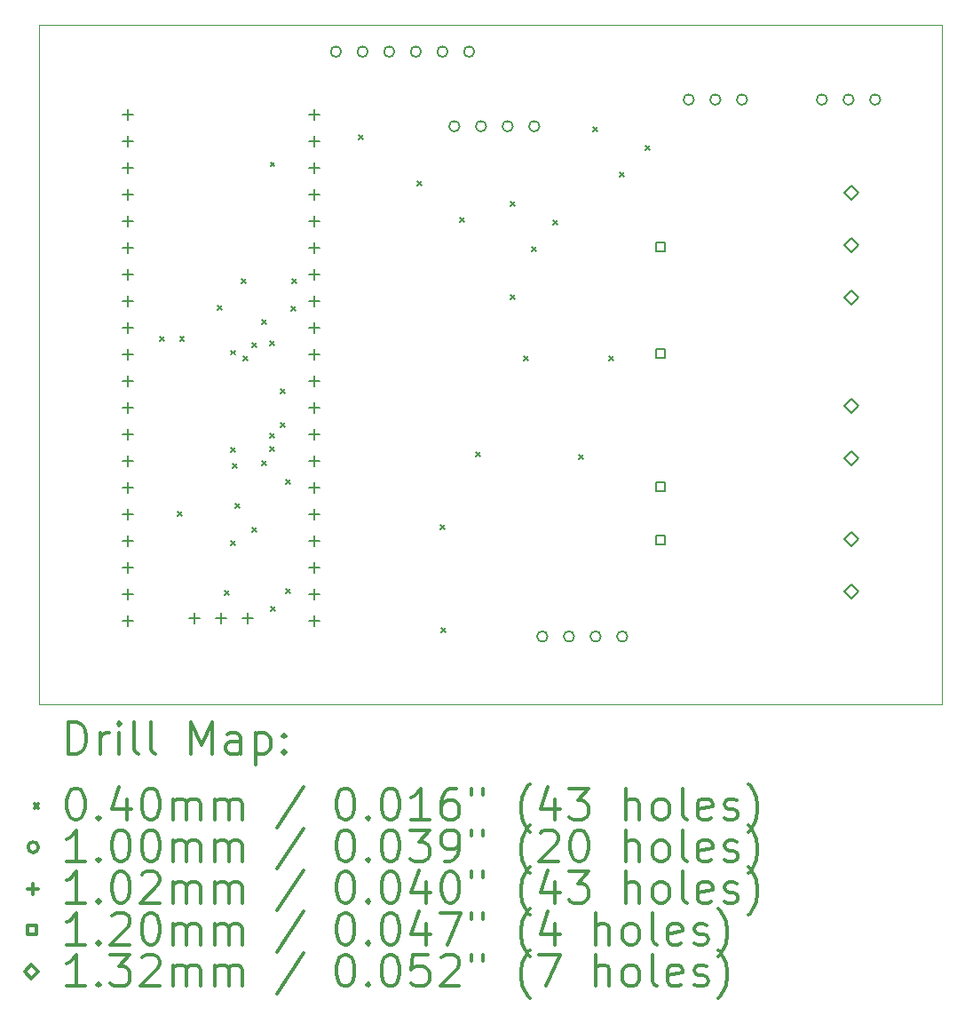
<source format=gbr>
%FSLAX45Y45*%
G04 Gerber Fmt 4.5, Leading zero omitted, Abs format (unit mm)*
G04 Created by KiCad (PCBNEW (5.1.9)-1) date 2022-01-22 22:11:41*
%MOMM*%
%LPD*%
G01*
G04 APERTURE LIST*
%TA.AperFunction,Profile*%
%ADD10C,0.100000*%
%TD*%
%ADD11C,0.200000*%
%ADD12C,0.300000*%
G04 APERTURE END LIST*
D10*
X10820400Y-2184400D02*
X10820400Y-8661400D01*
X2209800Y-2184400D02*
X10820400Y-2184400D01*
X2209800Y-8661400D02*
X2209800Y-2184400D01*
X10820400Y-8661400D02*
X2209800Y-8661400D01*
D11*
X3364800Y-5155000D02*
X3404800Y-5195000D01*
X3404800Y-5155000D02*
X3364800Y-5195000D01*
X3536000Y-6825300D02*
X3576000Y-6865300D01*
X3576000Y-6825300D02*
X3536000Y-6865300D01*
X3554800Y-5155000D02*
X3594800Y-5195000D01*
X3594800Y-5155000D02*
X3554800Y-5195000D01*
X3917000Y-4856800D02*
X3957000Y-4896800D01*
X3957000Y-4856800D02*
X3917000Y-4896800D01*
X3980500Y-7574600D02*
X4020500Y-7614600D01*
X4020500Y-7574600D02*
X3980500Y-7614600D01*
X4042400Y-5287000D02*
X4082400Y-5327000D01*
X4082400Y-5287000D02*
X4042400Y-5327000D01*
X4044000Y-6215700D02*
X4084000Y-6255700D01*
X4084000Y-6215700D02*
X4044000Y-6255700D01*
X4044000Y-7104700D02*
X4084000Y-7144700D01*
X4084000Y-7104700D02*
X4044000Y-7144700D01*
X4056700Y-6368100D02*
X4096700Y-6408100D01*
X4096700Y-6368100D02*
X4056700Y-6408100D01*
X4085800Y-6749100D02*
X4125800Y-6789100D01*
X4125800Y-6749100D02*
X4085800Y-6789100D01*
X4145600Y-4602800D02*
X4185600Y-4642800D01*
X4185600Y-4602800D02*
X4145600Y-4642800D01*
X4158300Y-5339400D02*
X4198300Y-5379400D01*
X4198300Y-5339400D02*
X4158300Y-5379400D01*
X4247200Y-5212400D02*
X4287200Y-5252400D01*
X4287200Y-5212400D02*
X4247200Y-5252400D01*
X4247200Y-6977700D02*
X4287200Y-7017700D01*
X4287200Y-6977700D02*
X4247200Y-7017700D01*
X4336100Y-4996500D02*
X4376100Y-5036500D01*
X4376100Y-4996500D02*
X4336100Y-5036500D01*
X4336100Y-6342700D02*
X4376100Y-6382700D01*
X4376100Y-6342700D02*
X4336100Y-6382700D01*
X4412300Y-5199700D02*
X4452300Y-5239700D01*
X4452300Y-5199700D02*
X4412300Y-5239700D01*
X4412300Y-6076000D02*
X4452300Y-6116000D01*
X4452300Y-6076000D02*
X4412300Y-6116000D01*
X4412300Y-6203000D02*
X4452300Y-6243000D01*
X4452300Y-6203000D02*
X4412300Y-6243000D01*
X4418650Y-3491550D02*
X4458650Y-3531550D01*
X4458650Y-3491550D02*
X4418650Y-3531550D01*
X4425000Y-7727000D02*
X4465000Y-7767000D01*
X4465000Y-7727000D02*
X4425000Y-7767000D01*
X4513900Y-5656900D02*
X4553900Y-5696900D01*
X4553900Y-5656900D02*
X4513900Y-5696900D01*
X4513900Y-5974400D02*
X4553900Y-6014400D01*
X4553900Y-5974400D02*
X4513900Y-6014400D01*
X4564700Y-6520500D02*
X4604700Y-6560500D01*
X4604700Y-6520500D02*
X4564700Y-6560500D01*
X4564700Y-7561900D02*
X4604700Y-7601900D01*
X4604700Y-7561900D02*
X4564700Y-7601900D01*
X4615500Y-4869500D02*
X4655500Y-4909500D01*
X4655500Y-4869500D02*
X4615500Y-4909500D01*
X4628200Y-4602800D02*
X4668200Y-4642800D01*
X4668200Y-4602800D02*
X4628200Y-4642800D01*
X5263200Y-3231200D02*
X5303200Y-3271200D01*
X5303200Y-3231200D02*
X5263200Y-3271200D01*
X5822000Y-3675700D02*
X5862000Y-3715700D01*
X5862000Y-3675700D02*
X5822000Y-3715700D01*
X6037900Y-6952300D02*
X6077900Y-6992300D01*
X6077900Y-6952300D02*
X6037900Y-6992300D01*
X6050600Y-7930200D02*
X6090600Y-7970200D01*
X6090600Y-7930200D02*
X6050600Y-7970200D01*
X6228400Y-4018600D02*
X6268400Y-4058600D01*
X6268400Y-4018600D02*
X6228400Y-4058600D01*
X6380800Y-6253800D02*
X6420800Y-6293800D01*
X6420800Y-6253800D02*
X6380800Y-6293800D01*
X6711000Y-3866200D02*
X6751000Y-3906200D01*
X6751000Y-3866200D02*
X6711000Y-3906200D01*
X6711000Y-4755200D02*
X6751000Y-4795200D01*
X6751000Y-4755200D02*
X6711000Y-4795200D01*
X6838000Y-5339400D02*
X6878000Y-5379400D01*
X6878000Y-5339400D02*
X6838000Y-5379400D01*
X6914200Y-4298000D02*
X6954200Y-4338000D01*
X6954200Y-4298000D02*
X6914200Y-4338000D01*
X7117400Y-4044000D02*
X7157400Y-4084000D01*
X7157400Y-4044000D02*
X7117400Y-4084000D01*
X7358700Y-6279200D02*
X7398700Y-6319200D01*
X7398700Y-6279200D02*
X7358700Y-6319200D01*
X7498400Y-3155000D02*
X7538400Y-3195000D01*
X7538400Y-3155000D02*
X7498400Y-3195000D01*
X7650800Y-5339400D02*
X7690800Y-5379400D01*
X7690800Y-5339400D02*
X7650800Y-5379400D01*
X7752400Y-3586800D02*
X7792400Y-3626800D01*
X7792400Y-3586800D02*
X7752400Y-3626800D01*
X7993700Y-3332800D02*
X8033700Y-3372800D01*
X8033700Y-3332800D02*
X7993700Y-3372800D01*
X5091900Y-2438400D02*
G75*
G03*
X5091900Y-2438400I-50000J0D01*
G01*
X5345900Y-2438400D02*
G75*
G03*
X5345900Y-2438400I-50000J0D01*
G01*
X5599900Y-2438400D02*
G75*
G03*
X5599900Y-2438400I-50000J0D01*
G01*
X5853900Y-2438400D02*
G75*
G03*
X5853900Y-2438400I-50000J0D01*
G01*
X6107900Y-2438400D02*
G75*
G03*
X6107900Y-2438400I-50000J0D01*
G01*
X6222200Y-3149600D02*
G75*
G03*
X6222200Y-3149600I-50000J0D01*
G01*
X6361900Y-2438400D02*
G75*
G03*
X6361900Y-2438400I-50000J0D01*
G01*
X6476200Y-3149600D02*
G75*
G03*
X6476200Y-3149600I-50000J0D01*
G01*
X6730200Y-3149600D02*
G75*
G03*
X6730200Y-3149600I-50000J0D01*
G01*
X6984200Y-3149600D02*
G75*
G03*
X6984200Y-3149600I-50000J0D01*
G01*
X7060400Y-8013700D02*
G75*
G03*
X7060400Y-8013700I-50000J0D01*
G01*
X7314400Y-8013700D02*
G75*
G03*
X7314400Y-8013700I-50000J0D01*
G01*
X7568400Y-8013700D02*
G75*
G03*
X7568400Y-8013700I-50000J0D01*
G01*
X7822400Y-8013700D02*
G75*
G03*
X7822400Y-8013700I-50000J0D01*
G01*
X8457400Y-2895600D02*
G75*
G03*
X8457400Y-2895600I-50000J0D01*
G01*
X8711400Y-2895600D02*
G75*
G03*
X8711400Y-2895600I-50000J0D01*
G01*
X8965400Y-2895600D02*
G75*
G03*
X8965400Y-2895600I-50000J0D01*
G01*
X9727400Y-2895600D02*
G75*
G03*
X9727400Y-2895600I-50000J0D01*
G01*
X9981400Y-2895600D02*
G75*
G03*
X9981400Y-2895600I-50000J0D01*
G01*
X10235400Y-2895600D02*
G75*
G03*
X10235400Y-2895600I-50000J0D01*
G01*
X3059000Y-2986800D02*
X3059000Y-3088800D01*
X3008000Y-3037800D02*
X3110000Y-3037800D01*
X3059000Y-3240800D02*
X3059000Y-3342800D01*
X3008000Y-3291800D02*
X3110000Y-3291800D01*
X3059000Y-3494800D02*
X3059000Y-3596800D01*
X3008000Y-3545800D02*
X3110000Y-3545800D01*
X3059000Y-3748800D02*
X3059000Y-3850800D01*
X3008000Y-3799800D02*
X3110000Y-3799800D01*
X3059000Y-4002800D02*
X3059000Y-4104800D01*
X3008000Y-4053800D02*
X3110000Y-4053800D01*
X3059000Y-4256800D02*
X3059000Y-4358800D01*
X3008000Y-4307800D02*
X3110000Y-4307800D01*
X3059000Y-4510800D02*
X3059000Y-4612800D01*
X3008000Y-4561800D02*
X3110000Y-4561800D01*
X3059000Y-4764800D02*
X3059000Y-4866800D01*
X3008000Y-4815800D02*
X3110000Y-4815800D01*
X3059000Y-5018800D02*
X3059000Y-5120800D01*
X3008000Y-5069800D02*
X3110000Y-5069800D01*
X3059000Y-5272800D02*
X3059000Y-5374800D01*
X3008000Y-5323800D02*
X3110000Y-5323800D01*
X3059000Y-5526800D02*
X3059000Y-5628800D01*
X3008000Y-5577800D02*
X3110000Y-5577800D01*
X3059000Y-5780800D02*
X3059000Y-5882800D01*
X3008000Y-5831800D02*
X3110000Y-5831800D01*
X3059000Y-6034800D02*
X3059000Y-6136800D01*
X3008000Y-6085800D02*
X3110000Y-6085800D01*
X3059000Y-6288800D02*
X3059000Y-6390800D01*
X3008000Y-6339800D02*
X3110000Y-6339800D01*
X3059000Y-6542800D02*
X3059000Y-6644800D01*
X3008000Y-6593800D02*
X3110000Y-6593800D01*
X3059000Y-6796800D02*
X3059000Y-6898800D01*
X3008000Y-6847800D02*
X3110000Y-6847800D01*
X3059000Y-7050800D02*
X3059000Y-7152800D01*
X3008000Y-7101800D02*
X3110000Y-7101800D01*
X3059000Y-7304800D02*
X3059000Y-7406800D01*
X3008000Y-7355800D02*
X3110000Y-7355800D01*
X3059000Y-7558800D02*
X3059000Y-7660800D01*
X3008000Y-7609800D02*
X3110000Y-7609800D01*
X3059000Y-7812800D02*
X3059000Y-7914800D01*
X3008000Y-7863800D02*
X3110000Y-7863800D01*
X3694000Y-7789800D02*
X3694000Y-7891800D01*
X3643000Y-7840800D02*
X3745000Y-7840800D01*
X3948000Y-7789800D02*
X3948000Y-7891800D01*
X3897000Y-7840800D02*
X3999000Y-7840800D01*
X4202000Y-7789800D02*
X4202000Y-7891800D01*
X4151000Y-7840800D02*
X4253000Y-7840800D01*
X4837000Y-2986800D02*
X4837000Y-3088800D01*
X4786000Y-3037800D02*
X4888000Y-3037800D01*
X4837000Y-3240800D02*
X4837000Y-3342800D01*
X4786000Y-3291800D02*
X4888000Y-3291800D01*
X4837000Y-3494800D02*
X4837000Y-3596800D01*
X4786000Y-3545800D02*
X4888000Y-3545800D01*
X4837000Y-3748800D02*
X4837000Y-3850800D01*
X4786000Y-3799800D02*
X4888000Y-3799800D01*
X4837000Y-4002800D02*
X4837000Y-4104800D01*
X4786000Y-4053800D02*
X4888000Y-4053800D01*
X4837000Y-4256800D02*
X4837000Y-4358800D01*
X4786000Y-4307800D02*
X4888000Y-4307800D01*
X4837000Y-4510800D02*
X4837000Y-4612800D01*
X4786000Y-4561800D02*
X4888000Y-4561800D01*
X4837000Y-4764800D02*
X4837000Y-4866800D01*
X4786000Y-4815800D02*
X4888000Y-4815800D01*
X4837000Y-5018800D02*
X4837000Y-5120800D01*
X4786000Y-5069800D02*
X4888000Y-5069800D01*
X4837000Y-5272800D02*
X4837000Y-5374800D01*
X4786000Y-5323800D02*
X4888000Y-5323800D01*
X4837000Y-5526800D02*
X4837000Y-5628800D01*
X4786000Y-5577800D02*
X4888000Y-5577800D01*
X4837000Y-5780800D02*
X4837000Y-5882800D01*
X4786000Y-5831800D02*
X4888000Y-5831800D01*
X4837000Y-6034800D02*
X4837000Y-6136800D01*
X4786000Y-6085800D02*
X4888000Y-6085800D01*
X4837000Y-6288800D02*
X4837000Y-6390800D01*
X4786000Y-6339800D02*
X4888000Y-6339800D01*
X4837000Y-6542800D02*
X4837000Y-6644800D01*
X4786000Y-6593800D02*
X4888000Y-6593800D01*
X4837000Y-6796800D02*
X4837000Y-6898800D01*
X4786000Y-6847800D02*
X4888000Y-6847800D01*
X4837000Y-7050800D02*
X4837000Y-7152800D01*
X4786000Y-7101800D02*
X4888000Y-7101800D01*
X4837000Y-7304800D02*
X4837000Y-7406800D01*
X4786000Y-7355800D02*
X4888000Y-7355800D01*
X4837000Y-7558800D02*
X4837000Y-7660800D01*
X4786000Y-7609800D02*
X4888000Y-7609800D01*
X4837000Y-7812800D02*
X4837000Y-7914800D01*
X4786000Y-7863800D02*
X4888000Y-7863800D01*
X8179527Y-4342027D02*
X8179527Y-4257173D01*
X8094673Y-4257173D01*
X8094673Y-4342027D01*
X8179527Y-4342027D01*
X8179527Y-5358027D02*
X8179527Y-5273173D01*
X8094673Y-5273173D01*
X8094673Y-5358027D01*
X8179527Y-5358027D01*
X8179527Y-6628027D02*
X8179527Y-6543173D01*
X8094673Y-6543173D01*
X8094673Y-6628027D01*
X8179527Y-6628027D01*
X8179527Y-7136027D02*
X8179527Y-7051173D01*
X8094673Y-7051173D01*
X8094673Y-7136027D01*
X8179527Y-7136027D01*
X9956800Y-3850600D02*
X10022800Y-3784600D01*
X9956800Y-3718600D01*
X9890800Y-3784600D01*
X9956800Y-3850600D01*
X9956800Y-4350600D02*
X10022800Y-4284600D01*
X9956800Y-4218600D01*
X9890800Y-4284600D01*
X9956800Y-4350600D01*
X9956800Y-4850600D02*
X10022800Y-4784600D01*
X9956800Y-4718600D01*
X9890800Y-4784600D01*
X9956800Y-4850600D01*
X9956800Y-5882600D02*
X10022800Y-5816600D01*
X9956800Y-5750600D01*
X9890800Y-5816600D01*
X9956800Y-5882600D01*
X9956800Y-6382600D02*
X10022800Y-6316600D01*
X9956800Y-6250600D01*
X9890800Y-6316600D01*
X9956800Y-6382600D01*
X9956800Y-7152600D02*
X10022800Y-7086600D01*
X9956800Y-7020600D01*
X9890800Y-7086600D01*
X9956800Y-7152600D01*
X9956800Y-7652600D02*
X10022800Y-7586600D01*
X9956800Y-7520600D01*
X9890800Y-7586600D01*
X9956800Y-7652600D01*
D12*
X2491228Y-9132114D02*
X2491228Y-8832114D01*
X2562657Y-8832114D01*
X2605514Y-8846400D01*
X2634086Y-8874972D01*
X2648371Y-8903543D01*
X2662657Y-8960686D01*
X2662657Y-9003543D01*
X2648371Y-9060686D01*
X2634086Y-9089257D01*
X2605514Y-9117829D01*
X2562657Y-9132114D01*
X2491228Y-9132114D01*
X2791228Y-9132114D02*
X2791228Y-8932114D01*
X2791228Y-8989257D02*
X2805514Y-8960686D01*
X2819800Y-8946400D01*
X2848371Y-8932114D01*
X2876943Y-8932114D01*
X2976943Y-9132114D02*
X2976943Y-8932114D01*
X2976943Y-8832114D02*
X2962657Y-8846400D01*
X2976943Y-8860686D01*
X2991228Y-8846400D01*
X2976943Y-8832114D01*
X2976943Y-8860686D01*
X3162657Y-9132114D02*
X3134086Y-9117829D01*
X3119800Y-9089257D01*
X3119800Y-8832114D01*
X3319800Y-9132114D02*
X3291228Y-9117829D01*
X3276943Y-9089257D01*
X3276943Y-8832114D01*
X3662657Y-9132114D02*
X3662657Y-8832114D01*
X3762657Y-9046400D01*
X3862657Y-8832114D01*
X3862657Y-9132114D01*
X4134086Y-9132114D02*
X4134086Y-8974972D01*
X4119800Y-8946400D01*
X4091228Y-8932114D01*
X4034086Y-8932114D01*
X4005514Y-8946400D01*
X4134086Y-9117829D02*
X4105514Y-9132114D01*
X4034086Y-9132114D01*
X4005514Y-9117829D01*
X3991228Y-9089257D01*
X3991228Y-9060686D01*
X4005514Y-9032114D01*
X4034086Y-9017829D01*
X4105514Y-9017829D01*
X4134086Y-9003543D01*
X4276943Y-8932114D02*
X4276943Y-9232114D01*
X4276943Y-8946400D02*
X4305514Y-8932114D01*
X4362657Y-8932114D01*
X4391228Y-8946400D01*
X4405514Y-8960686D01*
X4419800Y-8989257D01*
X4419800Y-9074972D01*
X4405514Y-9103543D01*
X4391228Y-9117829D01*
X4362657Y-9132114D01*
X4305514Y-9132114D01*
X4276943Y-9117829D01*
X4548371Y-9103543D02*
X4562657Y-9117829D01*
X4548371Y-9132114D01*
X4534086Y-9117829D01*
X4548371Y-9103543D01*
X4548371Y-9132114D01*
X4548371Y-8946400D02*
X4562657Y-8960686D01*
X4548371Y-8974972D01*
X4534086Y-8960686D01*
X4548371Y-8946400D01*
X4548371Y-8974972D01*
X2164800Y-9606400D02*
X2204800Y-9646400D01*
X2204800Y-9606400D02*
X2164800Y-9646400D01*
X2548371Y-9462114D02*
X2576943Y-9462114D01*
X2605514Y-9476400D01*
X2619800Y-9490686D01*
X2634086Y-9519257D01*
X2648371Y-9576400D01*
X2648371Y-9647829D01*
X2634086Y-9704972D01*
X2619800Y-9733543D01*
X2605514Y-9747829D01*
X2576943Y-9762114D01*
X2548371Y-9762114D01*
X2519800Y-9747829D01*
X2505514Y-9733543D01*
X2491228Y-9704972D01*
X2476943Y-9647829D01*
X2476943Y-9576400D01*
X2491228Y-9519257D01*
X2505514Y-9490686D01*
X2519800Y-9476400D01*
X2548371Y-9462114D01*
X2776943Y-9733543D02*
X2791228Y-9747829D01*
X2776943Y-9762114D01*
X2762657Y-9747829D01*
X2776943Y-9733543D01*
X2776943Y-9762114D01*
X3048371Y-9562114D02*
X3048371Y-9762114D01*
X2976943Y-9447829D02*
X2905514Y-9662114D01*
X3091228Y-9662114D01*
X3262657Y-9462114D02*
X3291228Y-9462114D01*
X3319800Y-9476400D01*
X3334086Y-9490686D01*
X3348371Y-9519257D01*
X3362657Y-9576400D01*
X3362657Y-9647829D01*
X3348371Y-9704972D01*
X3334086Y-9733543D01*
X3319800Y-9747829D01*
X3291228Y-9762114D01*
X3262657Y-9762114D01*
X3234086Y-9747829D01*
X3219800Y-9733543D01*
X3205514Y-9704972D01*
X3191228Y-9647829D01*
X3191228Y-9576400D01*
X3205514Y-9519257D01*
X3219800Y-9490686D01*
X3234086Y-9476400D01*
X3262657Y-9462114D01*
X3491228Y-9762114D02*
X3491228Y-9562114D01*
X3491228Y-9590686D02*
X3505514Y-9576400D01*
X3534086Y-9562114D01*
X3576943Y-9562114D01*
X3605514Y-9576400D01*
X3619800Y-9604972D01*
X3619800Y-9762114D01*
X3619800Y-9604972D02*
X3634086Y-9576400D01*
X3662657Y-9562114D01*
X3705514Y-9562114D01*
X3734086Y-9576400D01*
X3748371Y-9604972D01*
X3748371Y-9762114D01*
X3891228Y-9762114D02*
X3891228Y-9562114D01*
X3891228Y-9590686D02*
X3905514Y-9576400D01*
X3934086Y-9562114D01*
X3976943Y-9562114D01*
X4005514Y-9576400D01*
X4019800Y-9604972D01*
X4019800Y-9762114D01*
X4019800Y-9604972D02*
X4034086Y-9576400D01*
X4062657Y-9562114D01*
X4105514Y-9562114D01*
X4134086Y-9576400D01*
X4148371Y-9604972D01*
X4148371Y-9762114D01*
X4734086Y-9447829D02*
X4476943Y-9833543D01*
X5119800Y-9462114D02*
X5148371Y-9462114D01*
X5176943Y-9476400D01*
X5191228Y-9490686D01*
X5205514Y-9519257D01*
X5219800Y-9576400D01*
X5219800Y-9647829D01*
X5205514Y-9704972D01*
X5191228Y-9733543D01*
X5176943Y-9747829D01*
X5148371Y-9762114D01*
X5119800Y-9762114D01*
X5091228Y-9747829D01*
X5076943Y-9733543D01*
X5062657Y-9704972D01*
X5048371Y-9647829D01*
X5048371Y-9576400D01*
X5062657Y-9519257D01*
X5076943Y-9490686D01*
X5091228Y-9476400D01*
X5119800Y-9462114D01*
X5348371Y-9733543D02*
X5362657Y-9747829D01*
X5348371Y-9762114D01*
X5334086Y-9747829D01*
X5348371Y-9733543D01*
X5348371Y-9762114D01*
X5548371Y-9462114D02*
X5576943Y-9462114D01*
X5605514Y-9476400D01*
X5619800Y-9490686D01*
X5634086Y-9519257D01*
X5648371Y-9576400D01*
X5648371Y-9647829D01*
X5634086Y-9704972D01*
X5619800Y-9733543D01*
X5605514Y-9747829D01*
X5576943Y-9762114D01*
X5548371Y-9762114D01*
X5519800Y-9747829D01*
X5505514Y-9733543D01*
X5491228Y-9704972D01*
X5476943Y-9647829D01*
X5476943Y-9576400D01*
X5491228Y-9519257D01*
X5505514Y-9490686D01*
X5519800Y-9476400D01*
X5548371Y-9462114D01*
X5934086Y-9762114D02*
X5762657Y-9762114D01*
X5848371Y-9762114D02*
X5848371Y-9462114D01*
X5819800Y-9504972D01*
X5791228Y-9533543D01*
X5762657Y-9547829D01*
X6191228Y-9462114D02*
X6134086Y-9462114D01*
X6105514Y-9476400D01*
X6091228Y-9490686D01*
X6062657Y-9533543D01*
X6048371Y-9590686D01*
X6048371Y-9704972D01*
X6062657Y-9733543D01*
X6076943Y-9747829D01*
X6105514Y-9762114D01*
X6162657Y-9762114D01*
X6191228Y-9747829D01*
X6205514Y-9733543D01*
X6219800Y-9704972D01*
X6219800Y-9633543D01*
X6205514Y-9604972D01*
X6191228Y-9590686D01*
X6162657Y-9576400D01*
X6105514Y-9576400D01*
X6076943Y-9590686D01*
X6062657Y-9604972D01*
X6048371Y-9633543D01*
X6334086Y-9462114D02*
X6334086Y-9519257D01*
X6448371Y-9462114D02*
X6448371Y-9519257D01*
X6891228Y-9876400D02*
X6876943Y-9862114D01*
X6848371Y-9819257D01*
X6834086Y-9790686D01*
X6819800Y-9747829D01*
X6805514Y-9676400D01*
X6805514Y-9619257D01*
X6819800Y-9547829D01*
X6834086Y-9504972D01*
X6848371Y-9476400D01*
X6876943Y-9433543D01*
X6891228Y-9419257D01*
X7134086Y-9562114D02*
X7134086Y-9762114D01*
X7062657Y-9447829D02*
X6991228Y-9662114D01*
X7176943Y-9662114D01*
X7262657Y-9462114D02*
X7448371Y-9462114D01*
X7348371Y-9576400D01*
X7391228Y-9576400D01*
X7419800Y-9590686D01*
X7434086Y-9604972D01*
X7448371Y-9633543D01*
X7448371Y-9704972D01*
X7434086Y-9733543D01*
X7419800Y-9747829D01*
X7391228Y-9762114D01*
X7305514Y-9762114D01*
X7276943Y-9747829D01*
X7262657Y-9733543D01*
X7805514Y-9762114D02*
X7805514Y-9462114D01*
X7934086Y-9762114D02*
X7934086Y-9604972D01*
X7919800Y-9576400D01*
X7891228Y-9562114D01*
X7848371Y-9562114D01*
X7819800Y-9576400D01*
X7805514Y-9590686D01*
X8119800Y-9762114D02*
X8091228Y-9747829D01*
X8076943Y-9733543D01*
X8062657Y-9704972D01*
X8062657Y-9619257D01*
X8076943Y-9590686D01*
X8091228Y-9576400D01*
X8119800Y-9562114D01*
X8162657Y-9562114D01*
X8191228Y-9576400D01*
X8205514Y-9590686D01*
X8219800Y-9619257D01*
X8219800Y-9704972D01*
X8205514Y-9733543D01*
X8191228Y-9747829D01*
X8162657Y-9762114D01*
X8119800Y-9762114D01*
X8391228Y-9762114D02*
X8362657Y-9747829D01*
X8348371Y-9719257D01*
X8348371Y-9462114D01*
X8619800Y-9747829D02*
X8591228Y-9762114D01*
X8534086Y-9762114D01*
X8505514Y-9747829D01*
X8491228Y-9719257D01*
X8491228Y-9604972D01*
X8505514Y-9576400D01*
X8534086Y-9562114D01*
X8591228Y-9562114D01*
X8619800Y-9576400D01*
X8634086Y-9604972D01*
X8634086Y-9633543D01*
X8491228Y-9662114D01*
X8748371Y-9747829D02*
X8776943Y-9762114D01*
X8834086Y-9762114D01*
X8862657Y-9747829D01*
X8876943Y-9719257D01*
X8876943Y-9704972D01*
X8862657Y-9676400D01*
X8834086Y-9662114D01*
X8791228Y-9662114D01*
X8762657Y-9647829D01*
X8748371Y-9619257D01*
X8748371Y-9604972D01*
X8762657Y-9576400D01*
X8791228Y-9562114D01*
X8834086Y-9562114D01*
X8862657Y-9576400D01*
X8976943Y-9876400D02*
X8991228Y-9862114D01*
X9019800Y-9819257D01*
X9034086Y-9790686D01*
X9048371Y-9747829D01*
X9062657Y-9676400D01*
X9062657Y-9619257D01*
X9048371Y-9547829D01*
X9034086Y-9504972D01*
X9019800Y-9476400D01*
X8991228Y-9433543D01*
X8976943Y-9419257D01*
X2204800Y-10022400D02*
G75*
G03*
X2204800Y-10022400I-50000J0D01*
G01*
X2648371Y-10158114D02*
X2476943Y-10158114D01*
X2562657Y-10158114D02*
X2562657Y-9858114D01*
X2534086Y-9900972D01*
X2505514Y-9929543D01*
X2476943Y-9943829D01*
X2776943Y-10129543D02*
X2791228Y-10143829D01*
X2776943Y-10158114D01*
X2762657Y-10143829D01*
X2776943Y-10129543D01*
X2776943Y-10158114D01*
X2976943Y-9858114D02*
X3005514Y-9858114D01*
X3034086Y-9872400D01*
X3048371Y-9886686D01*
X3062657Y-9915257D01*
X3076943Y-9972400D01*
X3076943Y-10043829D01*
X3062657Y-10100972D01*
X3048371Y-10129543D01*
X3034086Y-10143829D01*
X3005514Y-10158114D01*
X2976943Y-10158114D01*
X2948371Y-10143829D01*
X2934086Y-10129543D01*
X2919800Y-10100972D01*
X2905514Y-10043829D01*
X2905514Y-9972400D01*
X2919800Y-9915257D01*
X2934086Y-9886686D01*
X2948371Y-9872400D01*
X2976943Y-9858114D01*
X3262657Y-9858114D02*
X3291228Y-9858114D01*
X3319800Y-9872400D01*
X3334086Y-9886686D01*
X3348371Y-9915257D01*
X3362657Y-9972400D01*
X3362657Y-10043829D01*
X3348371Y-10100972D01*
X3334086Y-10129543D01*
X3319800Y-10143829D01*
X3291228Y-10158114D01*
X3262657Y-10158114D01*
X3234086Y-10143829D01*
X3219800Y-10129543D01*
X3205514Y-10100972D01*
X3191228Y-10043829D01*
X3191228Y-9972400D01*
X3205514Y-9915257D01*
X3219800Y-9886686D01*
X3234086Y-9872400D01*
X3262657Y-9858114D01*
X3491228Y-10158114D02*
X3491228Y-9958114D01*
X3491228Y-9986686D02*
X3505514Y-9972400D01*
X3534086Y-9958114D01*
X3576943Y-9958114D01*
X3605514Y-9972400D01*
X3619800Y-10000972D01*
X3619800Y-10158114D01*
X3619800Y-10000972D02*
X3634086Y-9972400D01*
X3662657Y-9958114D01*
X3705514Y-9958114D01*
X3734086Y-9972400D01*
X3748371Y-10000972D01*
X3748371Y-10158114D01*
X3891228Y-10158114D02*
X3891228Y-9958114D01*
X3891228Y-9986686D02*
X3905514Y-9972400D01*
X3934086Y-9958114D01*
X3976943Y-9958114D01*
X4005514Y-9972400D01*
X4019800Y-10000972D01*
X4019800Y-10158114D01*
X4019800Y-10000972D02*
X4034086Y-9972400D01*
X4062657Y-9958114D01*
X4105514Y-9958114D01*
X4134086Y-9972400D01*
X4148371Y-10000972D01*
X4148371Y-10158114D01*
X4734086Y-9843829D02*
X4476943Y-10229543D01*
X5119800Y-9858114D02*
X5148371Y-9858114D01*
X5176943Y-9872400D01*
X5191228Y-9886686D01*
X5205514Y-9915257D01*
X5219800Y-9972400D01*
X5219800Y-10043829D01*
X5205514Y-10100972D01*
X5191228Y-10129543D01*
X5176943Y-10143829D01*
X5148371Y-10158114D01*
X5119800Y-10158114D01*
X5091228Y-10143829D01*
X5076943Y-10129543D01*
X5062657Y-10100972D01*
X5048371Y-10043829D01*
X5048371Y-9972400D01*
X5062657Y-9915257D01*
X5076943Y-9886686D01*
X5091228Y-9872400D01*
X5119800Y-9858114D01*
X5348371Y-10129543D02*
X5362657Y-10143829D01*
X5348371Y-10158114D01*
X5334086Y-10143829D01*
X5348371Y-10129543D01*
X5348371Y-10158114D01*
X5548371Y-9858114D02*
X5576943Y-9858114D01*
X5605514Y-9872400D01*
X5619800Y-9886686D01*
X5634086Y-9915257D01*
X5648371Y-9972400D01*
X5648371Y-10043829D01*
X5634086Y-10100972D01*
X5619800Y-10129543D01*
X5605514Y-10143829D01*
X5576943Y-10158114D01*
X5548371Y-10158114D01*
X5519800Y-10143829D01*
X5505514Y-10129543D01*
X5491228Y-10100972D01*
X5476943Y-10043829D01*
X5476943Y-9972400D01*
X5491228Y-9915257D01*
X5505514Y-9886686D01*
X5519800Y-9872400D01*
X5548371Y-9858114D01*
X5748371Y-9858114D02*
X5934086Y-9858114D01*
X5834086Y-9972400D01*
X5876943Y-9972400D01*
X5905514Y-9986686D01*
X5919800Y-10000972D01*
X5934086Y-10029543D01*
X5934086Y-10100972D01*
X5919800Y-10129543D01*
X5905514Y-10143829D01*
X5876943Y-10158114D01*
X5791228Y-10158114D01*
X5762657Y-10143829D01*
X5748371Y-10129543D01*
X6076943Y-10158114D02*
X6134086Y-10158114D01*
X6162657Y-10143829D01*
X6176943Y-10129543D01*
X6205514Y-10086686D01*
X6219800Y-10029543D01*
X6219800Y-9915257D01*
X6205514Y-9886686D01*
X6191228Y-9872400D01*
X6162657Y-9858114D01*
X6105514Y-9858114D01*
X6076943Y-9872400D01*
X6062657Y-9886686D01*
X6048371Y-9915257D01*
X6048371Y-9986686D01*
X6062657Y-10015257D01*
X6076943Y-10029543D01*
X6105514Y-10043829D01*
X6162657Y-10043829D01*
X6191228Y-10029543D01*
X6205514Y-10015257D01*
X6219800Y-9986686D01*
X6334086Y-9858114D02*
X6334086Y-9915257D01*
X6448371Y-9858114D02*
X6448371Y-9915257D01*
X6891228Y-10272400D02*
X6876943Y-10258114D01*
X6848371Y-10215257D01*
X6834086Y-10186686D01*
X6819800Y-10143829D01*
X6805514Y-10072400D01*
X6805514Y-10015257D01*
X6819800Y-9943829D01*
X6834086Y-9900972D01*
X6848371Y-9872400D01*
X6876943Y-9829543D01*
X6891228Y-9815257D01*
X6991228Y-9886686D02*
X7005514Y-9872400D01*
X7034086Y-9858114D01*
X7105514Y-9858114D01*
X7134086Y-9872400D01*
X7148371Y-9886686D01*
X7162657Y-9915257D01*
X7162657Y-9943829D01*
X7148371Y-9986686D01*
X6976943Y-10158114D01*
X7162657Y-10158114D01*
X7348371Y-9858114D02*
X7376943Y-9858114D01*
X7405514Y-9872400D01*
X7419800Y-9886686D01*
X7434086Y-9915257D01*
X7448371Y-9972400D01*
X7448371Y-10043829D01*
X7434086Y-10100972D01*
X7419800Y-10129543D01*
X7405514Y-10143829D01*
X7376943Y-10158114D01*
X7348371Y-10158114D01*
X7319800Y-10143829D01*
X7305514Y-10129543D01*
X7291228Y-10100972D01*
X7276943Y-10043829D01*
X7276943Y-9972400D01*
X7291228Y-9915257D01*
X7305514Y-9886686D01*
X7319800Y-9872400D01*
X7348371Y-9858114D01*
X7805514Y-10158114D02*
X7805514Y-9858114D01*
X7934086Y-10158114D02*
X7934086Y-10000972D01*
X7919800Y-9972400D01*
X7891228Y-9958114D01*
X7848371Y-9958114D01*
X7819800Y-9972400D01*
X7805514Y-9986686D01*
X8119800Y-10158114D02*
X8091228Y-10143829D01*
X8076943Y-10129543D01*
X8062657Y-10100972D01*
X8062657Y-10015257D01*
X8076943Y-9986686D01*
X8091228Y-9972400D01*
X8119800Y-9958114D01*
X8162657Y-9958114D01*
X8191228Y-9972400D01*
X8205514Y-9986686D01*
X8219800Y-10015257D01*
X8219800Y-10100972D01*
X8205514Y-10129543D01*
X8191228Y-10143829D01*
X8162657Y-10158114D01*
X8119800Y-10158114D01*
X8391228Y-10158114D02*
X8362657Y-10143829D01*
X8348371Y-10115257D01*
X8348371Y-9858114D01*
X8619800Y-10143829D02*
X8591228Y-10158114D01*
X8534086Y-10158114D01*
X8505514Y-10143829D01*
X8491228Y-10115257D01*
X8491228Y-10000972D01*
X8505514Y-9972400D01*
X8534086Y-9958114D01*
X8591228Y-9958114D01*
X8619800Y-9972400D01*
X8634086Y-10000972D01*
X8634086Y-10029543D01*
X8491228Y-10058114D01*
X8748371Y-10143829D02*
X8776943Y-10158114D01*
X8834086Y-10158114D01*
X8862657Y-10143829D01*
X8876943Y-10115257D01*
X8876943Y-10100972D01*
X8862657Y-10072400D01*
X8834086Y-10058114D01*
X8791228Y-10058114D01*
X8762657Y-10043829D01*
X8748371Y-10015257D01*
X8748371Y-10000972D01*
X8762657Y-9972400D01*
X8791228Y-9958114D01*
X8834086Y-9958114D01*
X8862657Y-9972400D01*
X8976943Y-10272400D02*
X8991228Y-10258114D01*
X9019800Y-10215257D01*
X9034086Y-10186686D01*
X9048371Y-10143829D01*
X9062657Y-10072400D01*
X9062657Y-10015257D01*
X9048371Y-9943829D01*
X9034086Y-9900972D01*
X9019800Y-9872400D01*
X8991228Y-9829543D01*
X8976943Y-9815257D01*
X2153800Y-10367400D02*
X2153800Y-10469400D01*
X2102800Y-10418400D02*
X2204800Y-10418400D01*
X2648371Y-10554114D02*
X2476943Y-10554114D01*
X2562657Y-10554114D02*
X2562657Y-10254114D01*
X2534086Y-10296972D01*
X2505514Y-10325543D01*
X2476943Y-10339829D01*
X2776943Y-10525543D02*
X2791228Y-10539829D01*
X2776943Y-10554114D01*
X2762657Y-10539829D01*
X2776943Y-10525543D01*
X2776943Y-10554114D01*
X2976943Y-10254114D02*
X3005514Y-10254114D01*
X3034086Y-10268400D01*
X3048371Y-10282686D01*
X3062657Y-10311257D01*
X3076943Y-10368400D01*
X3076943Y-10439829D01*
X3062657Y-10496972D01*
X3048371Y-10525543D01*
X3034086Y-10539829D01*
X3005514Y-10554114D01*
X2976943Y-10554114D01*
X2948371Y-10539829D01*
X2934086Y-10525543D01*
X2919800Y-10496972D01*
X2905514Y-10439829D01*
X2905514Y-10368400D01*
X2919800Y-10311257D01*
X2934086Y-10282686D01*
X2948371Y-10268400D01*
X2976943Y-10254114D01*
X3191228Y-10282686D02*
X3205514Y-10268400D01*
X3234086Y-10254114D01*
X3305514Y-10254114D01*
X3334086Y-10268400D01*
X3348371Y-10282686D01*
X3362657Y-10311257D01*
X3362657Y-10339829D01*
X3348371Y-10382686D01*
X3176943Y-10554114D01*
X3362657Y-10554114D01*
X3491228Y-10554114D02*
X3491228Y-10354114D01*
X3491228Y-10382686D02*
X3505514Y-10368400D01*
X3534086Y-10354114D01*
X3576943Y-10354114D01*
X3605514Y-10368400D01*
X3619800Y-10396972D01*
X3619800Y-10554114D01*
X3619800Y-10396972D02*
X3634086Y-10368400D01*
X3662657Y-10354114D01*
X3705514Y-10354114D01*
X3734086Y-10368400D01*
X3748371Y-10396972D01*
X3748371Y-10554114D01*
X3891228Y-10554114D02*
X3891228Y-10354114D01*
X3891228Y-10382686D02*
X3905514Y-10368400D01*
X3934086Y-10354114D01*
X3976943Y-10354114D01*
X4005514Y-10368400D01*
X4019800Y-10396972D01*
X4019800Y-10554114D01*
X4019800Y-10396972D02*
X4034086Y-10368400D01*
X4062657Y-10354114D01*
X4105514Y-10354114D01*
X4134086Y-10368400D01*
X4148371Y-10396972D01*
X4148371Y-10554114D01*
X4734086Y-10239829D02*
X4476943Y-10625543D01*
X5119800Y-10254114D02*
X5148371Y-10254114D01*
X5176943Y-10268400D01*
X5191228Y-10282686D01*
X5205514Y-10311257D01*
X5219800Y-10368400D01*
X5219800Y-10439829D01*
X5205514Y-10496972D01*
X5191228Y-10525543D01*
X5176943Y-10539829D01*
X5148371Y-10554114D01*
X5119800Y-10554114D01*
X5091228Y-10539829D01*
X5076943Y-10525543D01*
X5062657Y-10496972D01*
X5048371Y-10439829D01*
X5048371Y-10368400D01*
X5062657Y-10311257D01*
X5076943Y-10282686D01*
X5091228Y-10268400D01*
X5119800Y-10254114D01*
X5348371Y-10525543D02*
X5362657Y-10539829D01*
X5348371Y-10554114D01*
X5334086Y-10539829D01*
X5348371Y-10525543D01*
X5348371Y-10554114D01*
X5548371Y-10254114D02*
X5576943Y-10254114D01*
X5605514Y-10268400D01*
X5619800Y-10282686D01*
X5634086Y-10311257D01*
X5648371Y-10368400D01*
X5648371Y-10439829D01*
X5634086Y-10496972D01*
X5619800Y-10525543D01*
X5605514Y-10539829D01*
X5576943Y-10554114D01*
X5548371Y-10554114D01*
X5519800Y-10539829D01*
X5505514Y-10525543D01*
X5491228Y-10496972D01*
X5476943Y-10439829D01*
X5476943Y-10368400D01*
X5491228Y-10311257D01*
X5505514Y-10282686D01*
X5519800Y-10268400D01*
X5548371Y-10254114D01*
X5905514Y-10354114D02*
X5905514Y-10554114D01*
X5834086Y-10239829D02*
X5762657Y-10454114D01*
X5948371Y-10454114D01*
X6119800Y-10254114D02*
X6148371Y-10254114D01*
X6176943Y-10268400D01*
X6191228Y-10282686D01*
X6205514Y-10311257D01*
X6219800Y-10368400D01*
X6219800Y-10439829D01*
X6205514Y-10496972D01*
X6191228Y-10525543D01*
X6176943Y-10539829D01*
X6148371Y-10554114D01*
X6119800Y-10554114D01*
X6091228Y-10539829D01*
X6076943Y-10525543D01*
X6062657Y-10496972D01*
X6048371Y-10439829D01*
X6048371Y-10368400D01*
X6062657Y-10311257D01*
X6076943Y-10282686D01*
X6091228Y-10268400D01*
X6119800Y-10254114D01*
X6334086Y-10254114D02*
X6334086Y-10311257D01*
X6448371Y-10254114D02*
X6448371Y-10311257D01*
X6891228Y-10668400D02*
X6876943Y-10654114D01*
X6848371Y-10611257D01*
X6834086Y-10582686D01*
X6819800Y-10539829D01*
X6805514Y-10468400D01*
X6805514Y-10411257D01*
X6819800Y-10339829D01*
X6834086Y-10296972D01*
X6848371Y-10268400D01*
X6876943Y-10225543D01*
X6891228Y-10211257D01*
X7134086Y-10354114D02*
X7134086Y-10554114D01*
X7062657Y-10239829D02*
X6991228Y-10454114D01*
X7176943Y-10454114D01*
X7262657Y-10254114D02*
X7448371Y-10254114D01*
X7348371Y-10368400D01*
X7391228Y-10368400D01*
X7419800Y-10382686D01*
X7434086Y-10396972D01*
X7448371Y-10425543D01*
X7448371Y-10496972D01*
X7434086Y-10525543D01*
X7419800Y-10539829D01*
X7391228Y-10554114D01*
X7305514Y-10554114D01*
X7276943Y-10539829D01*
X7262657Y-10525543D01*
X7805514Y-10554114D02*
X7805514Y-10254114D01*
X7934086Y-10554114D02*
X7934086Y-10396972D01*
X7919800Y-10368400D01*
X7891228Y-10354114D01*
X7848371Y-10354114D01*
X7819800Y-10368400D01*
X7805514Y-10382686D01*
X8119800Y-10554114D02*
X8091228Y-10539829D01*
X8076943Y-10525543D01*
X8062657Y-10496972D01*
X8062657Y-10411257D01*
X8076943Y-10382686D01*
X8091228Y-10368400D01*
X8119800Y-10354114D01*
X8162657Y-10354114D01*
X8191228Y-10368400D01*
X8205514Y-10382686D01*
X8219800Y-10411257D01*
X8219800Y-10496972D01*
X8205514Y-10525543D01*
X8191228Y-10539829D01*
X8162657Y-10554114D01*
X8119800Y-10554114D01*
X8391228Y-10554114D02*
X8362657Y-10539829D01*
X8348371Y-10511257D01*
X8348371Y-10254114D01*
X8619800Y-10539829D02*
X8591228Y-10554114D01*
X8534086Y-10554114D01*
X8505514Y-10539829D01*
X8491228Y-10511257D01*
X8491228Y-10396972D01*
X8505514Y-10368400D01*
X8534086Y-10354114D01*
X8591228Y-10354114D01*
X8619800Y-10368400D01*
X8634086Y-10396972D01*
X8634086Y-10425543D01*
X8491228Y-10454114D01*
X8748371Y-10539829D02*
X8776943Y-10554114D01*
X8834086Y-10554114D01*
X8862657Y-10539829D01*
X8876943Y-10511257D01*
X8876943Y-10496972D01*
X8862657Y-10468400D01*
X8834086Y-10454114D01*
X8791228Y-10454114D01*
X8762657Y-10439829D01*
X8748371Y-10411257D01*
X8748371Y-10396972D01*
X8762657Y-10368400D01*
X8791228Y-10354114D01*
X8834086Y-10354114D01*
X8862657Y-10368400D01*
X8976943Y-10668400D02*
X8991228Y-10654114D01*
X9019800Y-10611257D01*
X9034086Y-10582686D01*
X9048371Y-10539829D01*
X9062657Y-10468400D01*
X9062657Y-10411257D01*
X9048371Y-10339829D01*
X9034086Y-10296972D01*
X9019800Y-10268400D01*
X8991228Y-10225543D01*
X8976943Y-10211257D01*
X2187227Y-10856827D02*
X2187227Y-10771973D01*
X2102373Y-10771973D01*
X2102373Y-10856827D01*
X2187227Y-10856827D01*
X2648371Y-10950114D02*
X2476943Y-10950114D01*
X2562657Y-10950114D02*
X2562657Y-10650114D01*
X2534086Y-10692972D01*
X2505514Y-10721543D01*
X2476943Y-10735829D01*
X2776943Y-10921543D02*
X2791228Y-10935829D01*
X2776943Y-10950114D01*
X2762657Y-10935829D01*
X2776943Y-10921543D01*
X2776943Y-10950114D01*
X2905514Y-10678686D02*
X2919800Y-10664400D01*
X2948371Y-10650114D01*
X3019800Y-10650114D01*
X3048371Y-10664400D01*
X3062657Y-10678686D01*
X3076943Y-10707257D01*
X3076943Y-10735829D01*
X3062657Y-10778686D01*
X2891228Y-10950114D01*
X3076943Y-10950114D01*
X3262657Y-10650114D02*
X3291228Y-10650114D01*
X3319800Y-10664400D01*
X3334086Y-10678686D01*
X3348371Y-10707257D01*
X3362657Y-10764400D01*
X3362657Y-10835829D01*
X3348371Y-10892972D01*
X3334086Y-10921543D01*
X3319800Y-10935829D01*
X3291228Y-10950114D01*
X3262657Y-10950114D01*
X3234086Y-10935829D01*
X3219800Y-10921543D01*
X3205514Y-10892972D01*
X3191228Y-10835829D01*
X3191228Y-10764400D01*
X3205514Y-10707257D01*
X3219800Y-10678686D01*
X3234086Y-10664400D01*
X3262657Y-10650114D01*
X3491228Y-10950114D02*
X3491228Y-10750114D01*
X3491228Y-10778686D02*
X3505514Y-10764400D01*
X3534086Y-10750114D01*
X3576943Y-10750114D01*
X3605514Y-10764400D01*
X3619800Y-10792972D01*
X3619800Y-10950114D01*
X3619800Y-10792972D02*
X3634086Y-10764400D01*
X3662657Y-10750114D01*
X3705514Y-10750114D01*
X3734086Y-10764400D01*
X3748371Y-10792972D01*
X3748371Y-10950114D01*
X3891228Y-10950114D02*
X3891228Y-10750114D01*
X3891228Y-10778686D02*
X3905514Y-10764400D01*
X3934086Y-10750114D01*
X3976943Y-10750114D01*
X4005514Y-10764400D01*
X4019800Y-10792972D01*
X4019800Y-10950114D01*
X4019800Y-10792972D02*
X4034086Y-10764400D01*
X4062657Y-10750114D01*
X4105514Y-10750114D01*
X4134086Y-10764400D01*
X4148371Y-10792972D01*
X4148371Y-10950114D01*
X4734086Y-10635829D02*
X4476943Y-11021543D01*
X5119800Y-10650114D02*
X5148371Y-10650114D01*
X5176943Y-10664400D01*
X5191228Y-10678686D01*
X5205514Y-10707257D01*
X5219800Y-10764400D01*
X5219800Y-10835829D01*
X5205514Y-10892972D01*
X5191228Y-10921543D01*
X5176943Y-10935829D01*
X5148371Y-10950114D01*
X5119800Y-10950114D01*
X5091228Y-10935829D01*
X5076943Y-10921543D01*
X5062657Y-10892972D01*
X5048371Y-10835829D01*
X5048371Y-10764400D01*
X5062657Y-10707257D01*
X5076943Y-10678686D01*
X5091228Y-10664400D01*
X5119800Y-10650114D01*
X5348371Y-10921543D02*
X5362657Y-10935829D01*
X5348371Y-10950114D01*
X5334086Y-10935829D01*
X5348371Y-10921543D01*
X5348371Y-10950114D01*
X5548371Y-10650114D02*
X5576943Y-10650114D01*
X5605514Y-10664400D01*
X5619800Y-10678686D01*
X5634086Y-10707257D01*
X5648371Y-10764400D01*
X5648371Y-10835829D01*
X5634086Y-10892972D01*
X5619800Y-10921543D01*
X5605514Y-10935829D01*
X5576943Y-10950114D01*
X5548371Y-10950114D01*
X5519800Y-10935829D01*
X5505514Y-10921543D01*
X5491228Y-10892972D01*
X5476943Y-10835829D01*
X5476943Y-10764400D01*
X5491228Y-10707257D01*
X5505514Y-10678686D01*
X5519800Y-10664400D01*
X5548371Y-10650114D01*
X5905514Y-10750114D02*
X5905514Y-10950114D01*
X5834086Y-10635829D02*
X5762657Y-10850114D01*
X5948371Y-10850114D01*
X6034086Y-10650114D02*
X6234086Y-10650114D01*
X6105514Y-10950114D01*
X6334086Y-10650114D02*
X6334086Y-10707257D01*
X6448371Y-10650114D02*
X6448371Y-10707257D01*
X6891228Y-11064400D02*
X6876943Y-11050114D01*
X6848371Y-11007257D01*
X6834086Y-10978686D01*
X6819800Y-10935829D01*
X6805514Y-10864400D01*
X6805514Y-10807257D01*
X6819800Y-10735829D01*
X6834086Y-10692972D01*
X6848371Y-10664400D01*
X6876943Y-10621543D01*
X6891228Y-10607257D01*
X7134086Y-10750114D02*
X7134086Y-10950114D01*
X7062657Y-10635829D02*
X6991228Y-10850114D01*
X7176943Y-10850114D01*
X7519800Y-10950114D02*
X7519800Y-10650114D01*
X7648371Y-10950114D02*
X7648371Y-10792972D01*
X7634086Y-10764400D01*
X7605514Y-10750114D01*
X7562657Y-10750114D01*
X7534086Y-10764400D01*
X7519800Y-10778686D01*
X7834086Y-10950114D02*
X7805514Y-10935829D01*
X7791228Y-10921543D01*
X7776943Y-10892972D01*
X7776943Y-10807257D01*
X7791228Y-10778686D01*
X7805514Y-10764400D01*
X7834086Y-10750114D01*
X7876943Y-10750114D01*
X7905514Y-10764400D01*
X7919800Y-10778686D01*
X7934086Y-10807257D01*
X7934086Y-10892972D01*
X7919800Y-10921543D01*
X7905514Y-10935829D01*
X7876943Y-10950114D01*
X7834086Y-10950114D01*
X8105514Y-10950114D02*
X8076943Y-10935829D01*
X8062657Y-10907257D01*
X8062657Y-10650114D01*
X8334086Y-10935829D02*
X8305514Y-10950114D01*
X8248371Y-10950114D01*
X8219800Y-10935829D01*
X8205514Y-10907257D01*
X8205514Y-10792972D01*
X8219800Y-10764400D01*
X8248371Y-10750114D01*
X8305514Y-10750114D01*
X8334086Y-10764400D01*
X8348371Y-10792972D01*
X8348371Y-10821543D01*
X8205514Y-10850114D01*
X8462657Y-10935829D02*
X8491228Y-10950114D01*
X8548371Y-10950114D01*
X8576943Y-10935829D01*
X8591228Y-10907257D01*
X8591228Y-10892972D01*
X8576943Y-10864400D01*
X8548371Y-10850114D01*
X8505514Y-10850114D01*
X8476943Y-10835829D01*
X8462657Y-10807257D01*
X8462657Y-10792972D01*
X8476943Y-10764400D01*
X8505514Y-10750114D01*
X8548371Y-10750114D01*
X8576943Y-10764400D01*
X8691228Y-11064400D02*
X8705514Y-11050114D01*
X8734086Y-11007257D01*
X8748371Y-10978686D01*
X8762657Y-10935829D01*
X8776943Y-10864400D01*
X8776943Y-10807257D01*
X8762657Y-10735829D01*
X8748371Y-10692972D01*
X8734086Y-10664400D01*
X8705514Y-10621543D01*
X8691228Y-10607257D01*
X2138800Y-11276400D02*
X2204800Y-11210400D01*
X2138800Y-11144400D01*
X2072800Y-11210400D01*
X2138800Y-11276400D01*
X2648371Y-11346114D02*
X2476943Y-11346114D01*
X2562657Y-11346114D02*
X2562657Y-11046114D01*
X2534086Y-11088972D01*
X2505514Y-11117543D01*
X2476943Y-11131829D01*
X2776943Y-11317543D02*
X2791228Y-11331829D01*
X2776943Y-11346114D01*
X2762657Y-11331829D01*
X2776943Y-11317543D01*
X2776943Y-11346114D01*
X2891228Y-11046114D02*
X3076943Y-11046114D01*
X2976943Y-11160400D01*
X3019800Y-11160400D01*
X3048371Y-11174686D01*
X3062657Y-11188971D01*
X3076943Y-11217543D01*
X3076943Y-11288971D01*
X3062657Y-11317543D01*
X3048371Y-11331829D01*
X3019800Y-11346114D01*
X2934086Y-11346114D01*
X2905514Y-11331829D01*
X2891228Y-11317543D01*
X3191228Y-11074686D02*
X3205514Y-11060400D01*
X3234086Y-11046114D01*
X3305514Y-11046114D01*
X3334086Y-11060400D01*
X3348371Y-11074686D01*
X3362657Y-11103257D01*
X3362657Y-11131829D01*
X3348371Y-11174686D01*
X3176943Y-11346114D01*
X3362657Y-11346114D01*
X3491228Y-11346114D02*
X3491228Y-11146114D01*
X3491228Y-11174686D02*
X3505514Y-11160400D01*
X3534086Y-11146114D01*
X3576943Y-11146114D01*
X3605514Y-11160400D01*
X3619800Y-11188971D01*
X3619800Y-11346114D01*
X3619800Y-11188971D02*
X3634086Y-11160400D01*
X3662657Y-11146114D01*
X3705514Y-11146114D01*
X3734086Y-11160400D01*
X3748371Y-11188971D01*
X3748371Y-11346114D01*
X3891228Y-11346114D02*
X3891228Y-11146114D01*
X3891228Y-11174686D02*
X3905514Y-11160400D01*
X3934086Y-11146114D01*
X3976943Y-11146114D01*
X4005514Y-11160400D01*
X4019800Y-11188971D01*
X4019800Y-11346114D01*
X4019800Y-11188971D02*
X4034086Y-11160400D01*
X4062657Y-11146114D01*
X4105514Y-11146114D01*
X4134086Y-11160400D01*
X4148371Y-11188971D01*
X4148371Y-11346114D01*
X4734086Y-11031829D02*
X4476943Y-11417543D01*
X5119800Y-11046114D02*
X5148371Y-11046114D01*
X5176943Y-11060400D01*
X5191228Y-11074686D01*
X5205514Y-11103257D01*
X5219800Y-11160400D01*
X5219800Y-11231829D01*
X5205514Y-11288971D01*
X5191228Y-11317543D01*
X5176943Y-11331829D01*
X5148371Y-11346114D01*
X5119800Y-11346114D01*
X5091228Y-11331829D01*
X5076943Y-11317543D01*
X5062657Y-11288971D01*
X5048371Y-11231829D01*
X5048371Y-11160400D01*
X5062657Y-11103257D01*
X5076943Y-11074686D01*
X5091228Y-11060400D01*
X5119800Y-11046114D01*
X5348371Y-11317543D02*
X5362657Y-11331829D01*
X5348371Y-11346114D01*
X5334086Y-11331829D01*
X5348371Y-11317543D01*
X5348371Y-11346114D01*
X5548371Y-11046114D02*
X5576943Y-11046114D01*
X5605514Y-11060400D01*
X5619800Y-11074686D01*
X5634086Y-11103257D01*
X5648371Y-11160400D01*
X5648371Y-11231829D01*
X5634086Y-11288971D01*
X5619800Y-11317543D01*
X5605514Y-11331829D01*
X5576943Y-11346114D01*
X5548371Y-11346114D01*
X5519800Y-11331829D01*
X5505514Y-11317543D01*
X5491228Y-11288971D01*
X5476943Y-11231829D01*
X5476943Y-11160400D01*
X5491228Y-11103257D01*
X5505514Y-11074686D01*
X5519800Y-11060400D01*
X5548371Y-11046114D01*
X5919800Y-11046114D02*
X5776943Y-11046114D01*
X5762657Y-11188971D01*
X5776943Y-11174686D01*
X5805514Y-11160400D01*
X5876943Y-11160400D01*
X5905514Y-11174686D01*
X5919800Y-11188971D01*
X5934086Y-11217543D01*
X5934086Y-11288971D01*
X5919800Y-11317543D01*
X5905514Y-11331829D01*
X5876943Y-11346114D01*
X5805514Y-11346114D01*
X5776943Y-11331829D01*
X5762657Y-11317543D01*
X6048371Y-11074686D02*
X6062657Y-11060400D01*
X6091228Y-11046114D01*
X6162657Y-11046114D01*
X6191228Y-11060400D01*
X6205514Y-11074686D01*
X6219800Y-11103257D01*
X6219800Y-11131829D01*
X6205514Y-11174686D01*
X6034086Y-11346114D01*
X6219800Y-11346114D01*
X6334086Y-11046114D02*
X6334086Y-11103257D01*
X6448371Y-11046114D02*
X6448371Y-11103257D01*
X6891228Y-11460400D02*
X6876943Y-11446114D01*
X6848371Y-11403257D01*
X6834086Y-11374686D01*
X6819800Y-11331829D01*
X6805514Y-11260400D01*
X6805514Y-11203257D01*
X6819800Y-11131829D01*
X6834086Y-11088972D01*
X6848371Y-11060400D01*
X6876943Y-11017543D01*
X6891228Y-11003257D01*
X6976943Y-11046114D02*
X7176943Y-11046114D01*
X7048371Y-11346114D01*
X7519800Y-11346114D02*
X7519800Y-11046114D01*
X7648371Y-11346114D02*
X7648371Y-11188971D01*
X7634086Y-11160400D01*
X7605514Y-11146114D01*
X7562657Y-11146114D01*
X7534086Y-11160400D01*
X7519800Y-11174686D01*
X7834086Y-11346114D02*
X7805514Y-11331829D01*
X7791228Y-11317543D01*
X7776943Y-11288971D01*
X7776943Y-11203257D01*
X7791228Y-11174686D01*
X7805514Y-11160400D01*
X7834086Y-11146114D01*
X7876943Y-11146114D01*
X7905514Y-11160400D01*
X7919800Y-11174686D01*
X7934086Y-11203257D01*
X7934086Y-11288971D01*
X7919800Y-11317543D01*
X7905514Y-11331829D01*
X7876943Y-11346114D01*
X7834086Y-11346114D01*
X8105514Y-11346114D02*
X8076943Y-11331829D01*
X8062657Y-11303257D01*
X8062657Y-11046114D01*
X8334086Y-11331829D02*
X8305514Y-11346114D01*
X8248371Y-11346114D01*
X8219800Y-11331829D01*
X8205514Y-11303257D01*
X8205514Y-11188971D01*
X8219800Y-11160400D01*
X8248371Y-11146114D01*
X8305514Y-11146114D01*
X8334086Y-11160400D01*
X8348371Y-11188971D01*
X8348371Y-11217543D01*
X8205514Y-11246114D01*
X8462657Y-11331829D02*
X8491228Y-11346114D01*
X8548371Y-11346114D01*
X8576943Y-11331829D01*
X8591228Y-11303257D01*
X8591228Y-11288971D01*
X8576943Y-11260400D01*
X8548371Y-11246114D01*
X8505514Y-11246114D01*
X8476943Y-11231829D01*
X8462657Y-11203257D01*
X8462657Y-11188971D01*
X8476943Y-11160400D01*
X8505514Y-11146114D01*
X8548371Y-11146114D01*
X8576943Y-11160400D01*
X8691228Y-11460400D02*
X8705514Y-11446114D01*
X8734086Y-11403257D01*
X8748371Y-11374686D01*
X8762657Y-11331829D01*
X8776943Y-11260400D01*
X8776943Y-11203257D01*
X8762657Y-11131829D01*
X8748371Y-11088972D01*
X8734086Y-11060400D01*
X8705514Y-11017543D01*
X8691228Y-11003257D01*
M02*

</source>
